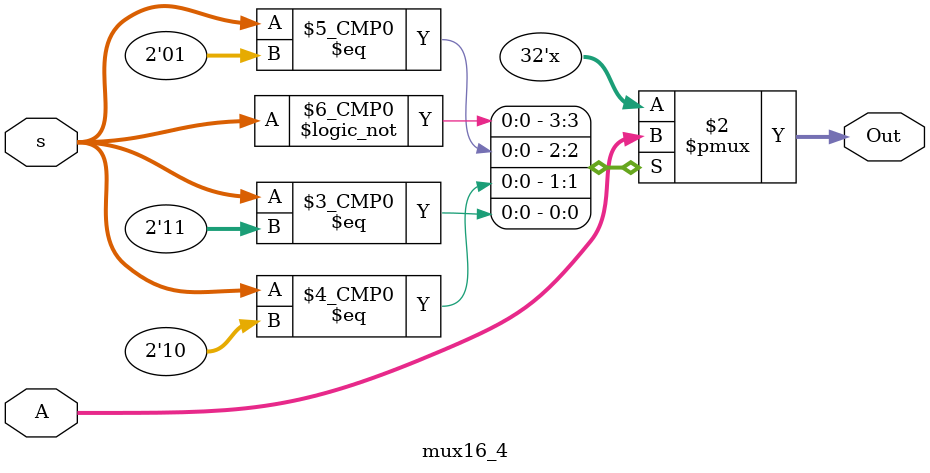
<source format=v>
`timescale 1ns / 1ps


module mux2_1(A,B,S,Out);
    input [31:0]A,B;
    input S;
    output reg [31:0]Out;
    
    always@(*)begin
        case(S)
            0: Out = B;
            1: Out = A;
        endcase
    end
endmodule

module mux16_4(A,s,Out);
    input [127:0]A;
    input [1:0]s;
    output reg [31:0]Out;
    
    always@(*)begin
        case(s)
            0: Out = A[127:96];
            1: Out = A[95:64];
            2: Out = A[63:32];
            3: Out = A[31:0];
        endcase
    end
endmodule
</source>
